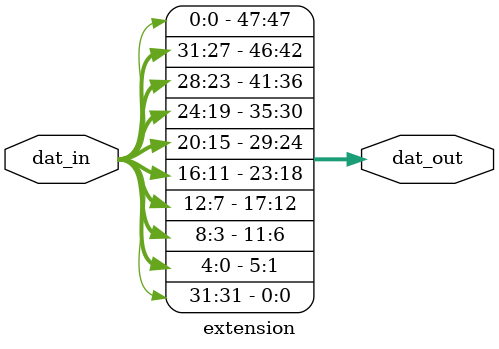
<source format=v>
`timescale 1ns / 1ps


module extension(
    input  [31:0] dat_in,
    output [47:0] dat_out
    );

assign dat_out = {dat_in[0], dat_in[31:27], dat_in[28:23], dat_in[24:19], dat_in[20:15], dat_in[16:11], dat_in[12:7], dat_in[8:3], dat_in[4:0], dat_in[31]};

endmodule

</source>
